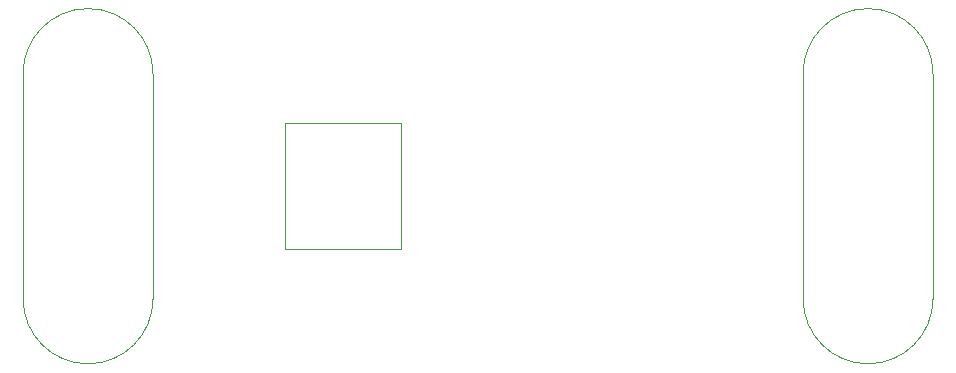
<source format=gbr>
G04 #@! TF.FileFunction,Other,User*
%FSLAX46Y46*%
G04 Gerber Fmt 4.6, Leading zero omitted, Abs format (unit mm)*
G04 Created by KiCad (PCBNEW 4.0.7) date 01/03/18 21:35:11*
%MOMM*%
%LPD*%
G01*
G04 APERTURE LIST*
%ADD10C,0.100000*%
%ADD11C,0.050000*%
G04 APERTURE END LIST*
D10*
D11*
X171665000Y-73660000D02*
X171665000Y-92710000D01*
X182665000Y-92710000D02*
X182665000Y-73660000D01*
X171665000Y-92710000D02*
G75*
G03X182665000Y-92710000I5500000J0D01*
G01*
X182665000Y-73632000D02*
G75*
G03X171665000Y-73632000I-5500000J0D01*
G01*
X127805000Y-77825000D02*
X127805000Y-88525000D01*
X127805000Y-88525000D02*
X137605000Y-88525000D01*
X137605000Y-88525000D02*
X137605000Y-77825000D01*
X137605000Y-77825000D02*
X127805000Y-77825000D01*
X105625000Y-73660000D02*
X105625000Y-92710000D01*
X116625000Y-92710000D02*
X116625000Y-73660000D01*
X105625000Y-92710000D02*
G75*
G03X116625000Y-92710000I5500000J0D01*
G01*
X116625000Y-73632000D02*
G75*
G03X105625000Y-73632000I-5500000J0D01*
G01*
M02*

</source>
